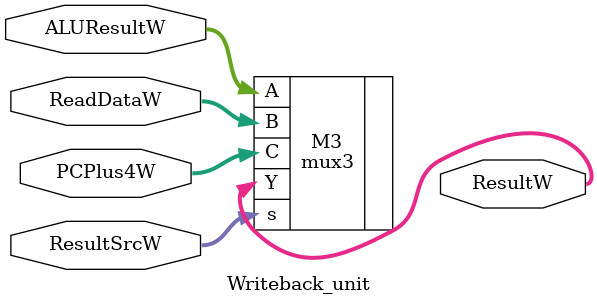
<source format=v>
/* Author: Mohamed Haytham */

`timescale 1ns / 1ps

module Writeback_unit(
    input [31:0]ReadDataW,ALUResultW,PCPlus4W,
    input [1:0]ResultSrcW,
    output [31:0]ResultW
    );
    
    mux3 M3(.s(ResultSrcW), .A(ALUResultW), .B(ReadDataW), .C(PCPlus4W), .Y(ResultW));

endmodule 
</source>
